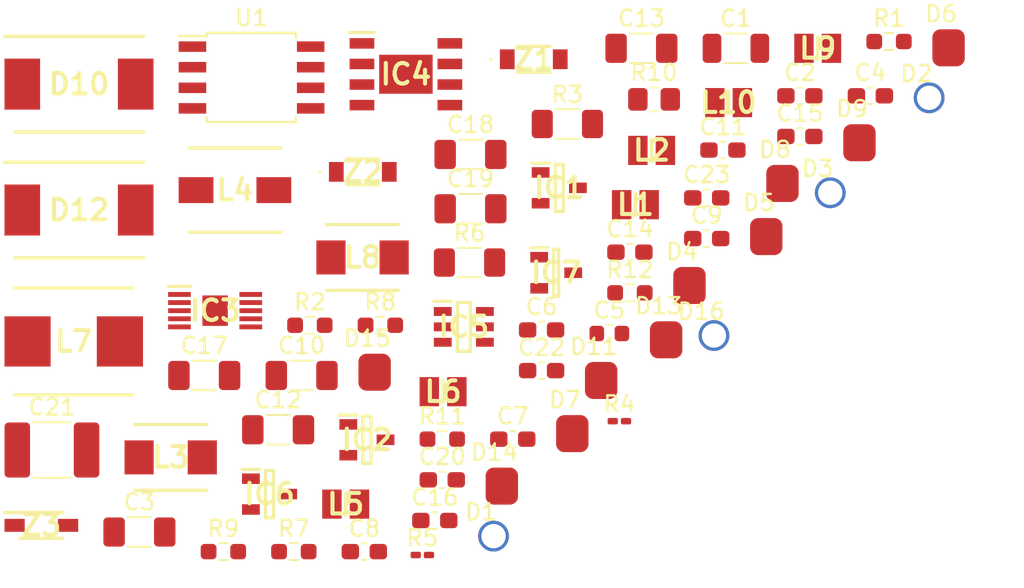
<source format=kicad_pcb>
(kicad_pcb (version 20211014) (generator pcbnew)
  (layers (0 "F.Cu" signal) (31 "B.Cu" signal) (34 "B.Paste" user) (35 "F.Paste" user) (36 "B.SilkS" user "B.Silkscreen") (37 "F.SilkS" user "F.Silkscreen") (38 "B.Mask" user) (39 "F.Mask" user) (44 "Edge.Cuts" user))
  (net 0 "")
  (net 1 "Net-(C1-Pad1)")
  (net 2 "GND")
  (net 3 "Net-(C21-Pad1)")
  (net 4 "Net-(C4-Pad1)")
  (net 5 "Net-(C4-Pad2)")
  (net 6 "Net-(C6-Pad1)")
  (net 7 "Net-(C7-Pad1)")
  (net 8 "Net-(C8-Pad2)")
  (net 9 "Net-(C9-Pad2)")
  (net 10 "Net-(C10-Pad1)")
  (net 11 "Net-(C11-Pad1)")
  (net 12 "Net-(C12-Pad1)")
  (net 13 "Net-(C13-Pad1)")
  (net 14 "Net-(C14-Pad1)")
  (net 15 "Net-(C15-Pad1)")
  (net 16 "Net-(C17-Pad1)")
  (net 17 "Net-(C20-Pad1)")
  (net 18 "Net-(C22-Pad1)")
  (net 19 "Net-(C23-Pad1)")
  (net 20 "Net-(IC1-Pad1)")
  (net 21 "Net-(IC2-Pad1)")
  (net 22 "Net-(D4-Pad)")
  (net 23 "Net-(D11-Pad)")
  (net 24 "Net-(IC3-Pad8)")
  (net 25 "Net-(IC5-Pad3)")
  (net 26 "Net-(IC5-Pad4)")
  (net 27 "Net-(IC3-Pad3)")
  (net 28 "Net-(R11-Pad2)")
  (net 29 "Net-(R12-Pad1)")
  (net 30 "Net-(D16-Pad)")
  (net 35 "Net-(D10-Pad2)")
  (net 36 "Net-(D12-Pad2)")
  (net 37 "Net-(D3-Pad)")
  (net 43 "Net-(D9-Pad)")
  (net 44 "Net-(D15-Pad)")
  (footprint "Capacitor_SMD:C_0603_1608Metric_Pad1.08x0.95mm_HandSolder" (layer "F.Cu") (at 131.01 82.54)
    (fp_text reference "C7" (at 0 -1.43) (layer "F.SilkS"))
    (fp_text value "C")
    (fp_line (start -0.146267 0.51) (end 0.146267 0.51) (layer "F.SilkS") (width 0.12))
    (fp_line (start -0.146267 -0.51) (end 0.146267 -0.51) (layer "F.SilkS") (width 0.12))
    (pad "1" smd roundrect (at -0.8625 0) (size 1.075 0.95) (layers "F.Cu" "F.Paste" "F.Mask") (net 7 "Net-(C7-Pad1)"))
    (pad "2" smd roundrect (at 0.8625 0) (size 1.075 0.95) (layers "F.Cu" "F.Paste" "F.Mask") (net 2 "GND"))
  )
  (footprint "Capacitor_SMD:C_0603_1608Metric_Pad1.08x0.95mm_HandSolder" (layer "F.Cu") (at 142.98 67.65)
    (fp_text reference "C23" (at 0 -1.43) (layer "F.SilkS"))
    (fp_text value "C")
    (fp_line (start -0.146267 0.51) (end 0.146267 0.51) (layer "F.SilkS") (width 0.12))
    (fp_line (start -0.146267 -0.51) (end 0.146267 -0.51) (layer "F.SilkS") (width 0.12))
    (pad "1" smd roundrect (at -0.8625 0) (size 1.075 0.95) (layers "F.Cu" "F.Paste" "F.Mask") (net 19 "Net-(C23-Pad1)"))
    (pad "2" smd roundrect (at 0.8625 0) (size 1.075 0.95) (layers "F.Cu" "F.Paste" "F.Mask") (net 2 "GND"))
  )
  (footprint "Capacitor_SMD:C_0603_1608Metric_Pad1.08x0.95mm_HandSolder" (layer "F.Cu") (at 142.98 70.16)
    (fp_text reference "C9" (at 0 -1.43) (layer "F.SilkS"))
    (fp_text value "C")
    (fp_line (start -0.146267 -0.51) (end 0.146267 -0.51) (layer "F.SilkS") (width 0.12))
    (fp_line (start -0.146267 0.51) (end 0.146267 0.51) (layer "F.SilkS") (width 0.12))
    (pad "1" smd roundrect (at -0.8625 0) (size 1.075 0.95) (layers "F.Cu" "F.Paste" "F.Mask") (net 2 "GND"))
    (pad "2" smd roundrect (at 0.8625 0) (size 1.075 0.95) (layers "F.Cu" "F.Paste" "F.Mask") (net 9 "Net-(C9-Pad2)"))
  )
  (footprint "libraries:INDC2016X80N" (layer "F.Cu") (at 149.83 58.42)
    (fp_text reference "L9" (at 0 0) (layer "F.SilkS") (effects (font (size 1.27 1.27) (thickness 0.254))))
    (fp_text value "TFM201610ALC-R47MTAA" hide)
    (fp_line (start 0 -0.7) (end 0 0.7) (layer "F.SilkS") (width 0.2))
    (pad "1" smd rect locked (at -0.85 0) (size 1.2 1.8) (layers "F.Cu" "F.Paste" "F.Mask") (net 17 "Net-(C20-Pad1)"))
    (pad "2" smd rect locked (at 0.85 0) (size 1.2 1.8) (layers "F.Cu" "F.Paste" "F.Mask") (net 44 "Net-(D15-Pad)"))
  )
  (footprint "libraries:SOT95P251X112-3N" (layer "F.Cu") (at 122.01 82.58)
    (fp_text reference "IC2" (at 0 0) (layer "F.SilkS") (effects (font (size 1.27 1.27) (thickness 0.254))))
    (fp_text value "FDN8601" hide)
    (fp_line (start -0.25 -1.46) (end 0.25 -1.46) (layer "F.SilkS") (width 0.2))
    (fp_line (start 0.25 -1.46) (end 0.25 1.46) (layer "F.SilkS") (width 0.2))
    (fp_line (start 0.25 1.46) (end -0.25 1.46) (layer "F.SilkS") (width 0.2))
    (fp_line (start -1.7 -1.525) (end -0.6 -1.525) (layer "F.SilkS") (width 0.2))
    (fp_line (start -0.25 1.46) (end -0.25 -1.46) (layer "F.SilkS") (width 0.2))
    (pad "1" smd rect locked (at -1.15 -0.95 90) (size 0.65 1.1) (layers "F.Cu" "F.Paste" "F.Mask") (net 21 "Net-(IC2-Pad1)"))
    (pad "2" smd rect locked (at -1.15 0.95 90) (size 0.65 1.1) (layers "F.Cu" "F.Paste" "F.Mask") (net 2 "GND"))
    (pad "3" smd rect locked (at 1.15 0 90) (size 0.65 1.1) (layers "F.Cu" "F.Paste" "F.Mask") (net 37 "Net-(D3-Pad)"))
  )
  (footprint "Resistor_SMD:R_0603_1608Metric_Pad0.98x0.95mm_HandSolder" (layer "F.Cu") (at 154.23 58)
    (fp_text reference "R1" (at 0 -1.43) (layer "F.SilkS"))
    (fp_text value "R")
    (fp_line (start -0.254724 -0.5225) (end 0.254724 -0.5225) (layer "F.SilkS") (width 0.12))
    (fp_line (start -0.254724 0.5225) (end 0.254724 0.5225) (layer "F.SilkS") (width 0.12))
    (pad "1" smd roundrect (at -0.9125 0) (size 0.975 0.95) (layers "F.Cu" "F.Paste" "F.Mask") (net 3 "Net-(C21-Pad1)"))
    (pad "2" smd roundrect (at 0.9125 0) (size 0.975 0.95) (layers "F.Cu" "F.Paste" "F.Mask") (net 20 "Net-(IC1-Pad1)"))
  )
  (footprint "libraries:INDC2016X80N" (layer "F.Cu") (at 144.33 61.77)
    (fp_text reference "L10" (at 0 0) (layer "F.SilkS") (effects (font (size 1.27 1.27) (thickness 0.254))))
    (fp_text value "TFM201610ALC-R47MTAA" hide)
    (fp_line (start 0 -0.7) (end 0 0.7) (layer "F.SilkS") (width 0.2))
    (pad "1" smd rect locked (at -0.85 0) (size 1.2 1.8) (layers "F.Cu" "F.Paste" "F.Mask") (net 3 "Net-(C21-Pad1)"))
    (pad "2" smd rect locked (at 0.85 0) (size 1.2 1.8) (layers "F.Cu" "F.Paste" "F.Mask") (net 19 "Net-(C23-Pad1)"))
  )
  (footprint "Capacitor_SMD:C_0603_1608Metric_Pad1.08x0.95mm_HandSolder" (layer "F.Cu") (at 148.73 61.35)
    (fp_text reference "C2" (at 0 -1.43) (layer "F.SilkS"))
    (fp_text value "C")
    (fp_line (start -0.146267 0.51) (end 0.146267 0.51) (layer "F.SilkS") (width 0.12))
    (fp_line (start -0.146267 -0.51) (end 0.146267 -0.51) (layer "F.SilkS") (width 0.12))
    (pad "1" smd roundrect (at -0.8625 0) (size 1.075 0.95) (layers "F.Cu" "F.Paste" "F.Mask") (net 1 "Net-(C1-Pad1)"))
    (pad "2" smd roundrect (at 0.8625 0) (size 1.075 0.95) (layers "F.Cu" "F.Paste" "F.Mask") (net 2 "GND"))
  )
  (footprint "libraries:SOP50P490X110-11N" (layer "F.Cu") (at 112.64 74.61)
    (fp_text reference "IC3" (at 0 0) (layer "F.SilkS") (effects (font (size 1.27 1.27) (thickness 0.254))))
    (fp_text value "TPS40211QDGQRQ1" hide)
    (fp_line (start -2.9 -1.5) (end -1.5 -1.5) (layer "F.SilkS") (width 0.2))
    (pad "1" smd rect locked (at -2.2 -1 90) (size 0.3 1.4) (layers "F.Cu" "F.Paste" "F.Mask") (net 8 "Net-(C8-Pad2)"))
    (pad "2" smd rect locked (at -2.2 -0.5 90) (size 0.3 1.4) (layers "F.Cu" "F.Paste" "F.Mask") (net 9 "Net-(C9-Pad2)"))
    (pad "3" smd rect locked (at -2.2 0 90) (size 0.3 1.4) (layers "F.Cu" "F.Paste" "F.Mask") (net 27 "Net-(IC3-Pad3)"))
    (pad "4" smd rect locked (at -2.2 0.5 90) (size 0.3 1.4) (layers "F.Cu" "F.Paste" "F.Mask") (net 5 "Net-(C4-Pad2)"))
    (pad "5" smd rect locked (at -2.2 1 90) (size 0.3 1.4) (layers "F.Cu" "F.Paste" "F.Mask") (net 4 "Net-(C4-Pad1)"))
    (pad "6" smd rect locked (at 2.2 1 90) (size 0.3 1.4) (layers "F.Cu" "F.Paste" "F.Mask") (net 2 "GND"))
    (pad "7" smd rect locked (at 2.2 0.5 90) (size 0.3 1.4) (layers "F.Cu" "F.Paste" "F.Mask") (net 15 "Net-(C15-Pad1)"))
    (pad "8" smd rect locked (at 2.2 0 90) (size 0.3 1.4) (layers "F.Cu" "F.Paste" "F.Mask") (net 24 "Net-(IC3-Pad8)"))
    (pad "9" smd rect locked (at 2.2 -0.5 90) (size 0.3 1.4) (layers "F.Cu" "F.Paste" "F.Mask"))
    (pad "10" smd rect locked (at 2.2 -1 90) (size 0.3 1.4) (layers "F.Cu" "F.Paste" "F.Mask") (net 13 "Net-(C13-Pad1)"))
    (pad "11" smd rect locked (at 0 0) (size 1.57 1.88) (layers "F.Cu" "F.Paste" "F.Mask") (net 2 "GND"))
  )
  (footprint "libraries:SOT95P251X112-3N" (layer "F.Cu") (at 116 85.93)
    (fp_text reference "IC6" (at 0 0) (layer "F.SilkS") (effects (font (size 1.27 1.27) (thickness 0.254))))
    (fp_text value "FDN8601" hide)
    (fp_line (start -0.25 -1.46) (end 0.25 -1.46) (layer "F.SilkS") (width 0.2))
    (fp_line (start 0.25 -1.46) (end 0.25 1.46) (layer "F.SilkS") (width 0.2))
    (fp_line (start -0.25 1.46) (end -0.25 -1.46) (layer "F.SilkS") (width 0.2))
    (fp_line (start -1.7 -1.525) (end -0.6 -1.525) (layer "F.SilkS") (width 0.2))
    (fp_line (start 0.25 1.46) (end -0.25 1.46) (layer "F.SilkS") (width 0.2))
    (pad "1" smd rect locked (at -1.15 -0.95 90) (size 0.65 1.1) (layers "F.Cu" "F.Paste" "F.Mask"))
    (pad "2" smd rect locked (at -1.15 0.95 90) (size 0.65 1.1) (layers "F.Cu" "F.Paste" "F.Mask"))
    (pad "3" smd rect locked (at 1.15 0 90) (size 0.65 1.1) (layers "F.Cu" "F.Paste" "F.Mask"))
  )
  (footprint "libraries:BZT52C12J" (layer "F.Cu") (at 132.305 59.095)
    (fp_text reference "Z1" (at 0 0) (layer "F.SilkS") (effects (font (size 1.27 1.27) (thickness 0.254))))
    (fp_text value "BZT52-C12J" hide)
    (fp_line (start -1 0.8) (end 1 0.8) (layer "F.SilkS") (width 0.2))
    (fp_line (start -2.7 0) (end -2.7 0) (layer "F.SilkS") (width 0.1))
    (fp_line (start -2.6 0) (end -2.6 0) (layer "F.SilkS") (width 0.1))
    (fp_line (start -1 -0.8) (end 1 -0.8) (layer "F.SilkS") (width 0.2))
    (fp_arc (start -2.6 0) (mid -2.65 0.05) (end -2.7 0) (layer "F.SilkS") (width 0.1))
    (fp_arc (start -2.7 0) (mid -2.65 -0.05) (end -2.6 0) (layer "F.SilkS") (width 0.1))
    (pad "1" smd rect locked (at -1.635 0) (size 0.91 1.22) (layers "F.Cu" "F.Paste" "F.Mask") (net 20 "Net-(IC1-Pad1)"))
    (pad "2" smd rect locked (at 1.635 0) (size 0.91 1.22) (layers "F.Cu" "F.Paste" "F.Mask") (net 2 "GND"))
  )
  (footprint "Connector_Wire_User_001:WireHole_1p5" (layer "F.Cu") (at 150.605 67.335)
    (fp_text reference "D3" (at -0.779588 -1.48957 unlocked) (layer "F.SilkS"))
    (fp_text value "WireHole_1p5")
    (pad "1" thru_hole circle (at 0 0) (size 1.9 1.9) (drill 1.5) (layers *.Cu *.Mask))
  )
  (footprint "libraries:INDC2016X80N" (layer "F.Cu") (at 139.58 64.72)
    (fp_text reference "L2" (at 0 0) (layer "F.SilkS") (effects (font (size 1.27 1.27) (thickness 0.254))))
    (fp_text value "TFM201610ALC-R47MTAA" hide)
    (fp_line (start 0 -0.7) (end 0 0.7) (layer "F.SilkS") (width 0.2))
    (pad "1" smd rect locked (at -0.85 0) (size 1.2 1.8) (layers "F.Cu" "F.Paste" "F.Mask") (net 3 "Net-(C21-Pad1)"))
    (pad "2" smd rect locked (at 0.85 0) (size 1.2 1.8) (layers "F.Cu" "F.Paste" "F.Mask") (net 11 "Net-(C11-Pad1)"))
  )
  (footprint "Capacitor_SMD:C_0603_1608Metric_Pad1.08x0.95mm_HandSolder" (layer "F.Cu") (at 132.79 78.31)
    (fp_text reference "C22" (at 0 -1.43) (layer "F.SilkS"))
    (fp_text value "C")
    (fp_line (start -0.146267 -0.51) (end 0.146267 -0.51) (layer "F.SilkS") (width 0.12))
    (fp_line (start -0.146267 0.51) (end 0.146267 0.51) (layer "F.SilkS") (width 0.12))
    (pad "1" smd roundrect (at -0.8625 0) (size 1.075 0.95) (layers "F.Cu" "F.Paste" "F.Mask") (net 18 "Net-(C22-Pad1)"))
    (pad "2" smd roundrect (at 0.8625 0) (size 1.075 0.95) (layers "F.Cu" "F.Paste" "F.Mask") (net 2 "GND"))
  )
  (footprint "Connector_Wire_User_001:Wire_Pad_01" (layer "F.Cu") (at 136.465 78.918)
    (fp_text reference "D11" (at -0.4594 -2.088183 unlocked) (layer "F.SilkS"))
    (fp_text value "Wire_Pad_01")
    (pad "1" smd roundrect (at 0 0) (size 2 2.286) (layers "F.Cu" "F.Paste" "F.Mask"))
  )
  (footprint "Capacitor_SMD:C_0603_1608Metric_Pad1.08x0.95mm_HandSolder" (layer "F.Cu") (at 153.08 61.35)
    (fp_text reference "C4" (at 0 -1.43) (layer "F.SilkS"))
    (fp_text value "C")
    (fp_line (start -0.146267 -0.51) (end 0.146267 -0.51) (layer "F.SilkS") (width 0.12))
    (fp_line (start -0.146267 0.51) (end 0.146267 0.51) (layer "F.SilkS") (width 0.12))
    (pad "1" smd roundrect (at -0.8625 0) (size 1.075 0.95) (layers "F.Cu" "F.Paste" "F.Mask") (net 4 "Net-(C4-Pad1)"))
    (pad "2" smd roundrect (at 0.8625 0) (size 1.075 0.95) (layers "F.Cu" "F.Paste" "F.Mask") (net 5 "Net-(C4-Pad2)"))
  )
  (footprint "Connector_Wire_User_001:Wire_Pad_01" (layer "F.Cu") (at 130.335 85.438)
    (fp_text reference "D14" (at -0.4594 -2.088183 unlocked) (layer "F.SilkS"))
    (fp_text value "Wire_Pad_01")
    (pad "1" smd roundrect (at 0 0) (size 2 2.286) (layers "F.Cu" "F.Paste" "F.Mask"))
  )
  (footprint "Capacitor_SMD:C_1206_3216Metric_Pad1.33x1.80mm_HandSolder" (layer "F.Cu") (at 128.4 68.32)
    (fp_text reference "C19" (at 0 -1.85) (layer "F.SilkS"))
    (fp_text value "C")
    (fp_line (start -0.711252 -0.91) (end 0.711252 -0.91) (layer "F.SilkS") (width 0.12))
    (fp_line (start -0.711252 0.91) (end 0.711252 0.91) (layer "F.SilkS") (width 0.12))
    (pad "1" smd roundrect (at -1.5625 0) (size 1.325 1.8) (layers "F.Cu" "F.Paste" "F.Mask") (roundrect_rratio 0.188679) (net 16 "Net-(C17-Pad1)"))
    (pad "2" smd roundrect (at 1.5625 0) (size 1.325 1.8) (layers "F.Cu" "F.Paste" "F.Mask") (roundrect_rratio 0.188679) (net 2 "GND"))
  )
  (footprint "libraries:INDPM7366X500N" (layer "F.Cu") (at 103.915 76.51)
    (fp_text reference "L7" (at 0 0) (layer "F.SilkS") (effects (font (size 1.27 1.27) (thickness 0.254))))
    (fp_text value "SRP7050AA-220M" hide)
    (fp_line (start -3.65 3.3) (end 3.65 3.3) (layer "F.SilkS") (width 0.2))
    (fp_line (start 3.65 -3.3) (end -3.65 -3.3) (layer "F.SilkS") (width 0.2))
    (pad "1" smd rect locked (at -2.85 0) (size 2.85 3.1) (layers "F.Cu" "F.Paste" "F.Mask") (net 12 "Net-(C12-Pad1)"))
    (pad "2" smd rect locked (at 2.85 0) (size 2.85 3.1) (layers "F.Cu" "F.Paste" "F.Mask") (net 36 "Net-(D12-Pad2)"))
  )
  (footprint "Connector_Wire_User_001:Wire_Pad_01" (layer "F.Cu") (at 134.685 82.198)
    (fp_text reference "D7" (at -0.4594 -2.088183 unlocked) (layer "F.SilkS"))
    (fp_text value "Wire_Pad_01")
    (pad "1" smd roundrect (at 0 0) (size 2 2.286) (layers "F.Cu" "F.Paste" "F.Mask"))
  )
  (footprint "Resistor_SMD:R_0603_1608Metric_Pad0.98x0.95mm_HandSolder" (layer "F.Cu") (at 138.24 73.51)
    (fp_text reference "R12" (at 0 -1.43) (layer "F.SilkS"))
    (fp_text value "R")
    (fp_line (start -0.254724 -0.5225) (end 0.254724 -0.5225) (layer "F.SilkS") (width 0.12))
    (fp_line (start -0.254724 0.5225) (end 0.254724 0.5225) (layer "F.SilkS") (width 0.12))
    (pad "1" smd roundrect (at -0.9125 0) (size 0.975 0.95) (layers "F.Cu" "F.Paste" "F.Mask") (net 29 "Net-(R12-Pad1)"))
    (pad "2" smd roundrect (at 0.9125 0) (size 0.975 0.95) (layers "F.Cu" "F.Paste" "F.Mask") (net 30 "Net-(D16-Pad)"))
  )
  (footprint "libraries:INDC2016X80N" (layer "F.Cu") (at 138.58 68.07)
    (fp_text reference "L1" (at 0 0) (layer "F.SilkS") (effects (font (size 1.27 1.27) (thickness 0.254))))
    (fp_text value "TFM201610ALC-R47MTAA" hide)
    (fp_line (start 0 -0.7) (end 0 0.7) (layer "F.SilkS") (width 0.2))
    (pad "1" smd rect locked (at -0.85 0) (size 1.2 1.8) (layers "F.Cu" "F.Paste" "F.Mask") (net 1 "Net-(C1-Pad1)"))
    (pad "2" smd rect locked (at 0.85 0) (size 1.2 1.8) (layers "F.Cu" "F.Paste" "F.Mask") (net 7 "Net-(C7-Pad1)"))
  )
  (footprint "Resistor_SMD:R_0603_1608Metric_Pad0.98x0.95mm_HandSolder" (layer "F.Cu") (at 126.66 82.54)
    (fp_text reference "R11" (at 0 -1.43) (layer "F.SilkS"))
    (fp_text value "R")
    (fp_line (start -0.254724 0.5225) (end 0.254724 0.5225) (layer "F.SilkS") (width 0.12))
    (fp_line (start -0.254724 -0.5225) (end 0.254724 -0.5225) (layer "F.SilkS") (width 0.12))
    (pad "1" smd roundrect (at -0.9125 0) (size 0.975 0.95) (layers "F.Cu" "F.Paste" "F.Mask") (net 27 "Net-(IC3-Pad3)"))
    (pad "2" smd roundrect (at 0.9125 0) (size 0.975 0.95) (layers "F.Cu" "F.Paste" "F.Mask") (net 28 "Net-(R11-Pad2)"))
  )
  (footprint "Capacitor_SMD:C_0603_1608Metric_Pad1.08x0.95mm_HandSolder" (layer "F.Cu") (at 143.98 64.7)
    (fp_text reference "C11" (at 0 -1.43) (layer "F.SilkS"))
    (fp_text value "C")
    (fp_line (start -0.146267 0.51) (end 0.146267 0.51) (layer "F.SilkS") (width 0.12))
    (fp_line (start -0.146267 -0.51) (end 0.146267 -0.51) (layer "F.SilkS") (width 0.12))
    (pad "1" smd roundrect (at -0.8625 0) (size 1.075 0.95) (layers "F.Cu" "F.Paste" "F.Mask") (net 11 "Net-(C11-Pad1)"))
    (pad "2" smd roundrect (at 0.8625 0) (size 1.075 0.95) (layers "F.Cu" "F.Paste" "F.Mask") (net 2 "GND"))
  )
  (footprint "Capacitor_SMD:C_0603_1608Metric_Pad1.08x0.95mm_HandSolder" (layer "F.Cu") (at 121.85 89.48)
    (fp_text reference "C8" (at 0 -1.43) (layer "F.SilkS"))
    (fp_text value "C")
    (fp_line (start -0.146267 0.51) (end 0.146267 0.51) (layer "F.SilkS") (width 0.12))
    (fp_line (start -0.146267 -0.51) (end 0.146267 -0.51) (layer "F.SilkS") (width 0.12))
    (pad "1" smd roundrect (at -0.8625 0) (size 1.075 0.95) (layers "F.Cu" "F.Paste" "F.Mask") (net 2 "GND"))
    (pad "2" smd roundrect (at 0.8625 0) (size 1.075 0.95) (layers "F.Cu" "F.Paste" "F.Mask") (net 8 "Net-(C8-Pad2)"))
  )
  (footprint "libraries:DIOM7959X262N" (layer "F.Cu") (at 104.24 68.4)
    (fp_text reference "D12" (at 0 0) (layer "F.SilkS") (effects (font (size 1.27 1.27) (thickness 0.254))))
    (fp_text value "SS36" hide)
    (fp_line (start 3.97 -2.952) (end -4.6 -2.952) (layer "F.SilkS") (width 0.2))
    (fp_line (start -3.97 2.952) (end 3.97 2.952) (layer "F.SilkS") (width 0.2))
    (pad "1" smd rect locked (at -3.5 0) (size 2.2 3.15) (layers "F.Cu" "F.Paste" "F.Mask") (net 16 "Net-(C17-Pad1)"))
    (pad "2" smd rect locked (at 3.5 0) (size 2.2 3.15) (layers "F.Cu" "F.Paste" "F.Mask") (net 36 "Net-(D12-Pad2)"))
  )
  (footprint "Resistor_SMD:R_0603_1608Metric_Pad0.98x0.95mm_HandSolder" (layer "F.Cu") (at 122.84 75.51)
    (fp_text reference "R8" (at 0 -1.43) (layer "F.SilkS"))
    (fp_text value "R")
    (fp_line (start -0.254724 -0.5225) (end 0.254724 -0.5225) (layer "F.SilkS") (width 0.12))
    (fp_line (start -0.254724 0.5225) (end 0.254724 0.5225) (layer "F.SilkS") (width 0.12))
    (pad "1" smd roundrect (at -0.9125 0) (size 0.975 0.95) (layers "F.Cu" "F.Paste" "F.Mask") (net 24 "Net-(IC3-Pad8)"))
    (pad "2" smd roundrect (at 0.9125 0) (size 0.975 0.95) (layers "F.Cu" "F.Paste" "F.Mask") (net 25 "Net-(IC5-Pad3)"))
  )
  (footprint "Resistor_SMD:R_0603_1608Metric_Pad0.98x0.95mm_HandSolder" (layer "F.Cu") (at 113.15 89.48)
    (fp_text reference "R9" (at 0 -1.43) (layer "F.SilkS"))
    (fp_text value "R")
    (fp_line (start -0.254724 -0.5225) (end 0.254724 -0.5225) (layer "F.SilkS") (width 0.12))
    (fp_line (start -0.254724 0.5225) (end 0.254724 0.5225) (layer "F.SilkS") (width 0.12))
    (pad "1" smd roundrect (at -0.9125 0) (size 0.975 0.95) (layers "F.Cu" "F.Paste" "F.Mask") (net 15 "Net-(C15-Pad1)"))
    (pad "2" smd roundrect (at 0.9125 0) (size 0.975 0.95) (layers "F.Cu" "F.Paste" "F.Mask") (net 26 "Net-(IC5-Pad4)"))
  )
  (footprint "Connector_Wire_User_001:Wire_Pad_01" (layer "F.Cu") (at 147.655 66.758)
    (fp_text reference "D8" (at -0.4594 -2.088183 unlocked) (layer "F.SilkS"))
    (fp_text value "Wire_Pad_01")
    (pad "1" smd roundrect (at 0 0) (size 2 2.286) (layers "F.Cu" "F.Paste" "F.Mask"))
  )
  (footprint "libraries:DIOM7959X262N" (layer "F.Cu") (at 104.24 60.63)
    (fp_text reference "D10" (at 0 0) (layer "F.SilkS") (effects (font (size 1.27 1.27) (thickness 0.254))))
    (fp_text value "SS36" hide)
    (fp_line (start -3.97 2.952) (end 3.97 2.952) (layer "F.SilkS") (width 0.2))
    (fp_line (start 3.97 -2.952) (end -4.6 -2.952) (layer "F.SilkS") (width 0.2))
    (pad "1" smd rect locked (at -3.5 0) (size 2.2 3.15) (layers "F.Cu" "F.Paste" "F.Mask") (net 10 "Net-(C10-Pad1)"))
    (pad "2" smd rect locked (at 3.5 0) (size 2.2 3.15) (layers "F.Cu" "F.Paste" "F.Mask") (net 35 "Net-(D10-Pad2)"))
  )
  (footprint "Capacitor_SMD:C_1206_3216Metric_Pad1.33x1.80mm_HandSolder" (layer "F.Cu") (at 138.95 58.42)
    (fp_text reference "C13" (at 0 -1.85) (layer "F.SilkS"))
    (fp_text value "C")
    (fp_line (start -0.711252 0.91) (end 0.711252 0.91) (layer "F.SilkS") (width 0.12))
    (fp_line (start -0.711252 -0.91) (end 0.711252 -0.91) (layer "F.SilkS") (width 0.12))
    (pad "1" smd roundrect (at -1.5625 0) (size 1.325 1.8) (layers "F.Cu" "F.Paste" "F.Mask") (roundrect_rratio 0.188679) (net 13 "Net-(C13-Pad1)"))
    (pad "2" smd roundrect (at 1.5625 0) (size 1.325 1.8) (layers "F.Cu" "F.Paste" "F.Mask") (roundrect_rratio 0.188679) (net 2 "GND"))
  )
  (footprint "libraries:SOT95P251X112-3N" (layer "F.Cu") (at 133.88 67.03)
    (fp_text reference "IC1" (at 0 0) (layer "F.SilkS") (effects (font (size 1.27 1.27) (thickness 0.254))))
    (fp_text value "FDN8601" hide)
    (fp_line (start -0.25 -1.46) (end 0.25 -1.46) (layer "F.SilkS") (width 0.2))
    (fp_line (start -0.25 1.46) (end -0.25 -1.46) (layer "F.SilkS") (width 0.2))
    (fp_line (start 0.25 1.46) (end -0.25 1.46) (layer "F.SilkS") (width 0.2))
    (fp_line (start 0.25 -1.46) (end 0.25 1.46) (layer "F.SilkS") (width 0.2))
    (fp_line (start -1.7 -1.525) (end -0.6 -1.525) (layer "F.SilkS") (width 0.2))
    (pad "1" smd rect locked (at -1.15 -0.95 90) (size 0.65 1.1) (layers "F.Cu" "F.Paste" "F.Mask") (net 20 "Net-(IC1-Pad1)"))
    (pad "2" smd rect locked (at -1.15 0.95 90) (size 0.65 1.1) (layers "F.Cu" "F.Paste" "F.Mask") (net 2 "GND"))
    (pad "3" smd rect locked (at 1.15 0 90) (size 0.65 1.1) (layers "F.Cu" "F.Paste" "F.Mask") (net 37 "Net-(D3-Pad)"))
  )
  (footprint "Capacitor_SMD:C_0603_1608Metric" (layer "F.Cu") (at 136.97 76.02)
    (fp_text reference "C5" (at 0 -1.43) (layer "F.SilkS"))
    (fp_text value "C")
    (fp_line (start -0.14058 -0.51) (end 0.14058 -0.51) (layer "F.SilkS") (width 0.12))
    (fp_line (start -0.14058 0.51) (end 0.14058 0.51) (layer "F.SilkS") (width 0.12))
    (pad "1" smd roundrect (at -0.775 0) (size 0.9 0.95) (layers "F.Cu" "F.Paste" "F.Mask") (net 3 "Net-(C21-Pad1)"))
    (pad "2" smd roundrect (at 0.775 0) (size 0.9 0.95) (layers "F.Cu" "F.Paste" "F.Mask") (net 2 "GND"))
  )
  (footprint "Resistor_SMD:R_0201_0603Metric_Pad0.64x0.40mm_HandSolder" (layer "F.Cu") (at 137.59 81.43)
    (fp_text reference "R4" (at 0 -1.05) (layer "F.SilkS"))
    (fp_text value "R")
    (pad "1" smd roundrect (at -0.4075 0) (size 0.635 0.4) (layers "F.Cu" "F.Mask") (net 22 "Net-(D4-Pad)"))
    (pad "2" smd roundrect (at 0.4075 0) (size 0.635 0.4) (layers "F.Cu" "F.Mask") (net 4 "Net-(C4-Pad1)"))
  )
  (footprint "libraries:INDPM4441X200N" (layer "F.Cu") (at 109.9 83.665)
    (fp_text reference "L3" (at 0 0) (layer "F.SilkS") (effects (font (size 1.27 1.27) (thickness 0.254))))
    (fp_text value "SRP4020TA-100M" hide)
    (fp_line (start -2.225 2.03) (end 2.225 2.03) (layer "F.SilkS") (width 0.2))
    (fp_line (start 2.225 -2.03) (end -2.225 -2.03) (layer "F.SilkS") (width 0.2))
    (pad "1" smd rect locked (at -1.95 0) (size 1.8 2.1) (layers "F.Cu" "F.Paste" "F.Mask") (net 7 "Net-(C7-Pad1)"))
    (pad "2" smd rect locked (at 1.95 0) (size 1.8 2.1) (layers "F.Cu" "F.Paste" "F.Mask") (net 10 "Net-(C10-Pad1)"))
  )
  (footprint "Connector_Wire_User_001:Wire_Pad_01" (layer "F.Cu") (at 157.905 58.388)
    (fp_text reference "D6" (at -0.4594 -2.088183 unlocked) (layer "F.SilkS"))
    (fp_text value "Wire_Pad_01")
    (pad "1" smd roundrect (at 0 0) (size 2 2.286) (layers "F.Cu" "F.Paste" "F.Mask"))
  )
  (footprint "libraries:INDPM4441X200N" (layer "F.Cu") (at 121.74 71.325)
    (fp_text reference "L8" (at 0 0) (layer "F.SilkS") (effects (font (size 1.27 1.27) (thickness 0.254))))
    (fp_text value "SRP4020TA-100M" hide)
    (fp_line (start -2.225 2.03) (end 2.225 2.03) (layer "F.SilkS") (width 0.2))
    (fp_line (start 2.225 -2.03) (end -2.225 -2.03) (layer "F.SilkS") (width 0.2))
    (pad "1" smd rect locked (at -1.95 0) (size 1.8 2.1) (layers "F.Cu" "F.Paste" "F.Mask") (net 35 "Net-(D10-Pad2)"))
    (pad "2" smd rect locked (at 1.95 0) (size 1.8 2.1) (layers "F.Cu" "F.Paste" "F.Mask") (net 17 "Net-(C20-Pad1)"))
  )
  (footprint "Connector_Wire_User_001:Wire_Pad_01" (layer "F.Cu") (at 122.485 78.408)
    (fp_text reference "D15" (at -0.4594 -2.088183 unlocked) (layer "F.SilkS"))
    (fp_text value "Wire_Pad_01")
    (pad "1" smd roundrect (at 0 0) (size 2 2.286) (layers "F.Cu" "F.Paste" "F.Mask"))
  )
  (footprint "Connector_Wire_User_001:WireHole_1p5" (layer "F.Cu") (at 143.425 76.145)
    (fp_text reference "D16" (at -0.779588 -1.48957 unlocked) (layer "F.SilkS"))
    (fp_text value "WireHole_1p5")
    (pad "1" thru_hole circle (at 0 0) (size 1.9 1.9) (drill 1.5) (layers *.Cu *.Mask))
  )
  (footprint "Resistor_SMD:R_0201_0603Metric_Pad0.64x0.40mm_HandSolder" (layer "F.Cu") (at 125.43 89.69)
    (fp_text reference "R5" (at 0 -1.05) (layer "F.SilkS"))
    (fp_text value "R")
    (pad "1" smd roundrect (at -0.4075 0) (size 0.635 0.4) (layers "F.Cu" "F.Mask") (net 4 "Net-(C4-Pad1)"))
    (pad "2" smd roundrect (at 0.4075 0) (size 0.635 0.4) (layers "F.Cu" "F.Mask") (net 6 "Net-(C6-Pad1)"))
  )
  (footprint "Connector_Wire_User_001:Wire_Pad_01" (layer "F.Cu") (at 141.915 73.058)
    (fp_text reference "D4" (at -0.4594 -2.088183 unlocked) (layer "F.SilkS"))
    (fp_text value "Wire_Pad_01")
    (pad "1" smd roundrect (at 0 0) (size 2 2.286) (layers "F.Cu" "F.Paste" "F.Mask"))
  )
  (footprint "Connector_Wire_User_001:Wire_Pad_01" (layer "F.Cu") (at 152.405 64.248)
    (fp_text reference "D9" (at -0.4594 -2.088183 unlocked) (layer "F.SilkS"))
    (fp_text value "Wire_Pad_01")
    (pad "1" smd roundrect (at 0 0) (size 2 2.286) (layers "F.Cu" "F.Paste" "F.Mask"))
  )
  (footprint "Resistor_SMD:R_1206_3216Metric_Pad1.30x1.75mm_HandSolder" (layer "F.Cu") (at 128.34 71.64)
    (fp_text reference "R6" (at 0 -1.82) (layer "F.SilkS"))
    (fp_text value "R")
    (fp_line (start -0.727064 0.91) (end 0.727064 0.91) (layer "F.SilkS") (width 0.12))
    (fp_line (start -0.727064 -0.91) (end 0.727064 -0.91) (layer "F.SilkS") (width 0.12))
    (pad "1" smd roundrect (at -1.55 0) (size 1.3 1.75) (layers "F.Cu" "F.Paste" "F.Mask") (roundrect_rratio 0.192308) (net 23 "Net-(D11-Pad)"))
    (pad "2" smd roundrect (at 1.55 0) (size 1.3 1.75) (layers "F.Cu" "F.Paste" "F.Mask") (roundrect_rratio 0.192308) (net 10 "Net-(C10-Pad1)"))
  )
  (footprint "Capacitor_SMD:C_0603_1608Metric_Pad1.08x0.95mm_HandSolder" (layer "F.Cu") (at 148.73 63.86)
    (fp_text reference "C15" (at 0 -1.43) (layer "F.SilkS"))
    (fp_text value "C")
    (fp_line (start -0.146267 -0.51) (end 0.146267 -0.51) (layer "F.SilkS") (width 0.12))
    (fp_line (start -0.146267 0.51) (end 0.146267 0.51) (layer "F.SilkS") (width 0.12))
    (pad "1" smd roundrect (at -0.8625 0) (size 1.075 0.95) (layers "F.Cu" "F.Paste" "F.Mask") (net 15 "Net-(C15-Pad1)"))
    (pad "2" smd roundrect (at 0.8625 0) (size 1.075 0.95) (layers "F.Cu" "F.Paste" "F.Mask") (net 2 "GND"))
  )
  (footprint "Connector_Wire_User_001:Wire_Pad_01" (layer "F.Cu") (at 146.655 70.038)
    (fp_text reference "D5" (at -0.4594 -2.088183 unlocked) (layer "F.SilkS"))
    (fp_text value "Wire_Pad_01")
    (pad "1" smd roundrect (at 0 0) (size 2 2.286) (layers "F.Cu" "F.Paste" "F.Mask"))
  )
  (footprint "Resistor_SMD:R_0603_1608Metric_Pad0.98x0.95mm_HandSolder" (layer "F.Cu") (at 118.49 75.51)
    (fp_text reference "R2" (at 0 -1.43) (layer "F.SilkS"))
    (fp_text value "R")
    (fp_line (start -0.254724 -0.5225) (end 0.254724 -0.5225) (layer "F.SilkS") (width 0.12))
    (fp_line (start -0.254724 0.5225) (end 0.254724 0.5225) (layer "F.SilkS") (width 0.12))
    (pad "1" smd roundrect (at -0.9125 0) (size 0.975 0.95) (layers "F.Cu" "F.Paste" "F.Mask") (net 1 "Net-(C1-Pad1)"))
    (pad "2" smd roundrect (at 0.9125 0) (size 0.975 0.95) (layers "F.Cu" "F.Paste" "F.Mask") (net 21 "Net-(IC2-Pad1)"))
  )
  (footprint "Resistor_SMD:R_0603_1608Metric_Pad0.98x0.95mm_HandSolder" (layer "F.Cu") (at 117.5 89.48)
    (fp_text reference "R7" (at 0 -1.43) (layer "F.SilkS"))
    (fp_text value "R")
    (fp_line (start -0.254724 -0.5225) (end 0.254724 -0.5225) (layer "F.SilkS") (width 0.12))
    (fp_line (start -0.254724 0.5225) (end 0.254724 0.5225) (layer "F.SilkS") (width 0.12))
    (pad "1" smd roundrect (at -0.9125 0) (size 0.975 0.95) (layers "F.Cu" "F.Paste" "F.Mask") (net 8 "Net-(C8-Pad2)"))
    (pad "2" smd roundrect (at 0.9125 0) (size 0.975 0.95) (layers "F.Cu" "F.Paste" "F.Mask") (net 13 "Net-(C13-Pad1)"))
  )
  (footprint "Capacitor_SMD:C_1206_3216Metric_Pad1.33x1.80mm_HandSolder" (layer "F.Cu") (at 107.97 88.27)
    (fp_text reference "C3" (at 0 -1.85) (layer "F.SilkS"))
    (fp_text value "C")
    (fp_line (start -0.711252 0.91) (end 0.711252 0.91) (layer "F.SilkS") (width 0.12))
    (fp_line (start -0.711252 -0.91) (end 0.711252 -0.91) (layer "F.SilkS") (width 0.12))
    (pad "1" smd roundrect (at -1.5625 0) (size 1.325 1.8) (layers "F.Cu" "F.Paste" "F.Mask") (roundrect_rratio 0.188679) (net 3 "Net-(C21-Pad1)"))
    (pad "2" smd roundrect (at 1.5625 0) (size 1.325 1.8) (layers "F.Cu" "F.Paste" "F.Mask") (roundrect_rratio 0.188679) (net 2 "GND"))
  )
  (footprint "Capacitor_SMD:C_0603_1608Metric_Pad1.08x0.95mm_HandSolder" (layer "F.Cu") (at 138.24 71)
    (fp_text reference "C14" (at 0 -1.43) (layer "F.SilkS"))
    (fp_text value "C")
    (fp_line (start -0.146267 0.51) (end 0.146267 0.51) (layer "F.SilkS") (width 0.12))
    (fp_line (start -0.146267 -0.51) (end 0.146267 -0.51) (layer "F.SilkS") (width 0.12))
    (pad "1" smd roundrect (at -0.8625 0) (size 1.075 0.95) (layers "F.Cu" "F.Paste" "F.Mask") (net 14 "Net-(C14-Pad1)"))
    (pad "2" smd roundrect (at 0.8625 0) (size 1.075 0.95) (layers "F.Cu" "F.Paste" "F.Mask") (net 2 "GND"))
  )
  (footprint "Capacitor_SMD:C_1206_3216Metric_Pad1.33x1.80mm_HandSolder" (layer "F.Cu") (at 128.4 64.97)
    (fp_text reference "C18" (at 0 -1.85) (layer "F.SilkS"))
    (fp_text value "C")
    (fp_line (start -0.711252 0.91) (end 0.711252 0.91) (layer "F.SilkS") (width 0.12))
    (fp_line (start -0.711252 -0.91) (end 0.711252 -0.91) (layer "F.SilkS") (width 0.12))
    (pad "1" smd roundrect (at -1.5625 0) (size 1.325 1.8) (layers "F.Cu" "F.Paste" "F.Mask") (roundrect_rratio 0.188679) (net 16 "Net-(C17-Pad1)"))
    (pad "2" smd roundrect (at 1.5625 0) (size 1.325 1.8) (layers "F.Cu" "F.Paste" "F.Mask") (roundrect_rratio 0.188679) (net 2 "GND"))
  )
  (footprint "Capacitor_SMD:C_1206_3216Metric" (layer "F.Cu") (at 144.78 58.42)
    (fp_text reference "C1" (at 0 -1.85) (layer "F.SilkS"))
    (fp_text value "C")
    (fp_line (start -0.711252 0.91) (end 0.711252 0.91) (layer "F.SilkS") (width 0.12))
    (fp_line (start -0.711252 -0.91) (end 0.711252 -0.91) (layer "F.SilkS") (width 0.12))
    (pad "1" smd roundrect (at -1.475 0) (size 1.15 1.8) (layers "F.Cu" "F.Paste" "F.Mask") (roundrect_rratio 0.217391) (net 1 "Net-(C1-Pad1)"))
    (pad "2" smd roundrect (at 1.475 0) (size 1.15 1.8) (layers "F.Cu" "F.Paste" "F.Mask") (roundrect_rratio 0.217391) (net 2 "GND"))
  )
  (footprint "Capacitor_SMD:C_0603_1608Metric_Pad1.08x0.95mm_HandSolder" (layer "F.Cu") (at 132.79 75.8)
    (fp_text reference "C6" (at 0 -1.43) (layer "F.SilkS"))
    (fp_text value "C")
    (fp_line (start -0.146267 -0.51) (end 0.146267 -0.51) (layer "F.SilkS") (width 0.12))
    (fp_line (start -0.146267 0.51) (end 0.146267 0.51) (layer "F.SilkS") (width 0.12))
    (pad "1" smd roundrect (at -0.8625 0) (size 1.075 0.95) (layers "F.Cu" "F.Paste" "F.Mask") (net 6 "Net-(C6-Pad1)"))
    (pad "2" smd roundrect (at 0.8625 0) (size 1.075 0.95) (layers "F.Cu" "F.Paste" "F.Mask") (net 5 "Net-(C4-Pad2)"))
  )
  (footprint "libraries:SOT96P240X110-3N" (layer "F.Cu") (at 133.69 72.27)
    (fp_text reference "IC7" (at 0 0) (layer "F.SilkS") (effects (font (size 1.27 1.27) (thickness 0.254))))
    (fp_text value "ZXTR2105FQ-7" hide)
    (fp_line (start -0.15 -1.45) (end 0.15 -1.45) (layer "F.SilkS") (width 0.2))
    (fp_line (start -1.6 -1.535) (end -0.5 -1.535) (layer "F.SilkS") (width 0.2))
    (fp_line (start 0.15 1.45) (end -0.15 1.45) (layer "F.SilkS") (width 0.2))
    (fp_line (start 0.15 -1.45) (end 0.15 1.45) (layer "F.SilkS") (width 0.2))
    (fp_line (start -0.15 1.45) (end -0.15 -1.45) (layer "F.SilkS") (width 0.2))
    (pad "1" smd rect locked (at -1.05 -0.96 90) (size 0.65 1.1) (layers "F.Cu" "F.Paste" "F.Mask") (net 2 "GND"))
    (pad "2" smd rect locked (at -1.05 0.96 90) (size 0.65 1.1) (layers "F.Cu" "F.Paste" "F.Mask") (net 18 "Net-(C22-Pad1)"))
    (pad "3" smd rect locked (at 1.05 0 90) (size 0.65 1.1) (layers "F.Cu" "F.Paste" "F.Mask") (net 19 "Net-(C23-Pad1)"))
  )
  (footprint "libraries:SOD3616X130N" (layer "F.Cu") (at 101.915 87.86)
    (fp_text reference "Z3" (at 0 0) (layer "F.SilkS") (effects (font (size 1.27 1.27) (thickness 0.254))))
    (fp_text value "BZT52-C5V1J" hide)
    (fp_line (start -1.338 0.8) (end 1.338 0.8) (layer "F.SilkS") (width 0.2))
    (fp_line (start -2.275 -0.8) (end 1.338 -0.8) (layer "F.SilkS") (width 0.2))
    (pad "1" smd rect locked (at -1.65 0 90) (size 0.8 1.25) (layers "F.Cu" "F.Paste" "F.Mask") (net 16 "Net-(C17-Pad1)"))
    (pad "2" smd rect locked (at 1.65 0 90) (size 0.8 1.25) (layers "F.Cu" "F.Paste" "F.Mask") (net 15 "Net-(C15-Pad1)"))
  )
  (footprint "libraries:INDPM5752X300N" (layer "F.Cu") (at 113.865 67.17)
    (fp_text reference "L4" (at 0 0) (layer "F.SilkS") (effects (font (size 1.27 1.27) (thickness 0.254))))
    (fp_text value "SRP5030T-100M" hide)
    (fp_line (start 2.85 -2.6) (end -2.85 -2.6) (layer "F.SilkS") (width 0.2))
    (fp_line (start -2.85 2.6) (end 2.85 2.6) (layer "F.SilkS") (width 0.2))
    (pad "1" smd rect locked (at -2.4 0 90) (size 1.6 2.15) (layers "F.Cu" "F.Paste" "F.Mask") (net 11 "Net-(C11-Pad1)"))
    (pad "2" smd rect locked (at 2.4 0 90) (size 1.6 2.15) (layers "F.Cu" "F.Paste" "F.Mask") (net 12 "Net-(C12-Pad1)"))
  )
  (footprint "Resistor_SMD:R_1206_3216Metric_Pad1.30x1.75mm_HandSolder" (layer "F.Cu") (at 134.38 63.09)
    (fp_text reference "R3" (at 0 -1.82) (layer "F.SilkS"))
    (fp_text value "R")
    (fp_line (start -0.727064 0.91) (end 0.727064 0.91) (layer "F.SilkS") (width 0.12))
    (fp_line (start -0.727064 -0.91) (end 0.727064 -0.91) (layer "F.SilkS") (width 0.12))
    (pad "1" smd roundrect (at -1.55 0) (size 1.3 1.75) (layers "F.Cu" "F.Paste" "F.Mask") (roundrect_rratio 0.192308) (net 2 "GND"))
    (pad "2" smd roundrect (at 1.55 0) (size 1.3 1.75) (layers "F.Cu" "F.Paste" "F.Mask") (roundrect_rratio 0.192308) (net 22 "Net-(D4-Pad)"))
  )
  (footprint "Connector_Wire_User_001:WireHole_1p5" (layer "F.Cu") (at 156.705 61.475)
    (fp_text reference "D2" (at -0.779588 -1.48957 unlocked) (layer "F.SilkS"))
    (fp_text value "WireHole_1p5")
    (pad "1" thru_hole circle (at 0 0) (size 1.9 1.9) (drill 1.5) (layers *.Cu *.Mask))
  )
  (footprint "Capacitor_SMD:C_1206_3216Metric_Pad1.33x1.80mm_HandSolder" (layer "F.Cu") (at 117.98 78.61)
    (fp_text reference "C10" (at 0 -1.85) (layer "F.SilkS"))
    (fp_text value "C")
    (fp_line (start -0.711252 0.91) (end 0.711252 0.91) (layer "F.SilkS") (width 0.12))
    (fp_line (start -0.711252 -0.91) (end 0.711252 -0.91) (layer "F.SilkS") (width 0.12))
    (pad "1" smd roundrect (at -1.5625 0) (size 1.325 1.8) (layers "F.Cu" "F.Paste" "F.Mask") (roundrect_rratio 0.188679) (net 10 "Net-(C10-Pad1)"))
    (pad "2" smd roundrect (at 1.5625 0) (size 1.325 1.8) (layers "F.Cu" "F.Paste" "F.Mask") (roundrect_rratio 0.188679) (net 2 "GND"))
  )
  (footprint "Capacitor_SMD:C_1812_4532Metric_Pad1.57x3.40mm_HandSolder" (layer "F.Cu") (at 102.57 83.21)
    (fp_text reference "C21" (at 0 -2.65) (layer "F.SilkS"))
    (fp_text value "C")
    (fp_line (start -1.161252 -1.71) (end 1.161252 -1.71) (layer "F.SilkS") (width 0.12))
    (fp_line (start -1.161252 1.71) (end 1.161252 1.71) (layer "F.SilkS") (width 0.12))
    (pad "1" smd roundrect (at -2.1375 0) (size 1.575 3.4) (layers "F.Cu" "F.Paste" "F.Mask") (roundrect_rratio 0.15873) (net 3 "Net-(C21-Pad1)"))
    (pad "2" smd roundrect (at 2.1375 0) (size 1.575 3.4) (layers "F.Cu" "F.Paste" "F.Mask") (roundrect_rratio 0.15873) (net 2 "GND"))
  )
  (footprint "libraries:INDC2016X80N" (layer "F.Cu") (at 120.7 86.55)
    (fp_text reference "L5" (at 0 0) (layer "F.SilkS") (effects (font (size 1.27 1.27) (thickness 0.254))))
    (fp_text value "TFM201610ALC-R47MTAA" hide)
    (fp_line (start 0 -0.7) (end 0 0.7) (layer "F.SilkS") (width 0.2))
    (pad "1" smd rect locked (at -0.85 0) (size 1.2 1.8) (layers "F.Cu" "F.Paste" "F.Mask") (net 43 "Net-(D9-Pad)"))
    (pad "2" smd rect locked (at 0.85 0) (size 1.2 1.8) (layers "F.Cu" "F.Paste" "F.Mask") (net 14 "Net-(C14-Pad1)"))
  )
  (footprint "Capacitor_SMD:C_1206_3216Metric_Pad1.33x1.80mm_HandSolder" (layer "F.Cu") (at 116.53 81.96)
    (fp_text reference "C12" (at 0 -1.85) (layer "F.SilkS"))
    (fp_text value "C")
    (fp_line (start -0.711252 -0.91) (end 0.711252 -0.91) (layer "F.SilkS") (width 0.12))
    (fp_line (start -0.711252 0.91) (end 0.711252 0.91) (layer "F.SilkS") (width 0.12))
    (pad "1" smd roundrect (at -1.5625 0) (size 1.325 1.8) (layers "F.Cu" "F.Paste" "F.Mask") (roundrect_rratio 0.188679) (net 12 "Net-(C12-Pad1)"))
    (pad "2" smd roundrect (at 1.5625 0) (size 1.325 1.8) (layers "F.Cu" "F.Paste" "F.Mask") (roundrect_rratio 0.188679) (net 2 "GND"))
  )
  (footprint "libraries:SOT95P284X110-6N" (layer "F.Cu") (at 127.99 75.61)
    (fp_text reference "IC5" (at 0 0) (layer "F.SilkS") (effects (font (size 1.27 1.27) (thickness 0.254))))
    (fp_text value "SI3440ADV-T1-GE3" hide)
    (fp_line (start 0.4 1.512) (end -0.4 1.512) (layer "F.SilkS") (width 0.2))
    (fp_line (start -1.85 -1.575) (end -0.75 -1.575) (layer "F.SilkS") (width 0.2))
    (fp_line (start -0.4 1.512) (end -0.4 -1.512) (layer "F.SilkS") (width 0.2))
    (fp_line (start -0.4 -1.512) (end 0.4 -1.512) (layer "F.SilkS") (width 0.2))
    (fp_line (start 0.4 -1.512) (end 0.4 1.512) (layer "F.SilkS") (width 0.2))
    (pad "1" smd rect locked (at -1.3 -0.95 90) (size 0.55 1.1) (layers "F.Cu" "F.Paste" "F.Mask") (net 36 "Net-(D12-Pad2)"))
    (pad "2" smd rect locked (at -1.3 0 90) (size 0.55 1.1) (layers "F.Cu" "F.Paste" "F.Mask") (net 36 "Net-(D12-Pad2)"))
    (pad "3" smd rect locked (at -1.3 0.95 90) (size 0.55 1.1) (layers "F.Cu" "F.Paste" "F.Mask") (net 25 "Net-(IC5-Pad3)"))
    (pad "4" smd rect locked (at 1.3 0.95 90) (size 0.55 1.1) (layers "F.Cu" "F.Paste" "F.Mask") (net 26 "Net-(IC5-Pad4)"))
    (pad "5" smd rect locked (at 1.3 0 90) (size 0.55 1.1) (layers "F.Cu" "F.Paste" "F.Mask") (net 36 "Net-(D12-Pad2)"))
    (pad "6" smd rect locked (at 1.3 -0.95 90) (size 0.55 1.1) (layers "F.Cu" "F.Paste" "F.Mask") (net 36 "Net-(D12-Pad2)"))
  )
  (footprint "Resistor_SMD:R_0805_2012Metric_Pad1.20x1.40mm_HandSolder" (layer "F.Cu") (at 139.73 61.57)
    (fp_text reference "R10" (at 0 -1.65) (layer "F.SilkS"))
    (fp_text value "R")
    (fp_line (start -0.227064 -0.735) (end 0.227064 -0.735) (layer "F.SilkS") (width 0.12))
    (fp_line (start -0.227064 0.735) (end 0.227064 0.735) (layer "F.SilkS") (width 0.12))
    (pad "1" smd roundrect (at -1 0) (size 1.2 1.4) (layers "F.Cu" "F.Paste" "F.Mask") (roundrect_rratio 0.208333) (net 26 "Net-(IC5-Pad4)"))
    (pad "2" smd roundrect (at 1 0) (size 1.2 1.4) (layers "F.Cu" "F.Paste" "F.Mask") (roundrect_rratio 0.208333) (net 2 "GND"))
  )
  (footprint "Connector_Wire_User_001:Wire_Pad_01" (layer "F.Cu") (at 140.475 76.408)
    (fp_text reference "D13" (at -0.4594 -2.088183 unlocked) (layer "F.SilkS"))
    (fp_text value "Wire_Pad_01")
    (pad "1" smd roundrect (at 0 0) (size 2 2.286) (layers "F.Cu" "F.Paste" "F.Mask"))
  )
  (footprint "libraries:BZT52C12J" (layer "F.Cu") (at 121.755 66.045)
    (fp_text reference "Z2" (at 0 0) (layer "F.SilkS") (effects (font (size 1.27 1.27) (thickness 0.254))))
    (fp_text value "BZT52-C12J" hide)
    (fp_line (start -2.7 0) (end -2.7 0) (layer "F.SilkS") (width 0.1))
    (fp_line (start -1 0.8) (end 1 0.8) (layer "F.SilkS") (width 0.2))
    (fp_line (start -1 -0.8) (end 1 -0.8) (layer "F.SilkS") (width 0.2))
    (fp_line (start -2.6 0) (end -2.6 0) (layer "F.SilkS") (width 0.1))
    (fp_arc (start -2.6 0) (mid -2.65 0.05) (end -2.7 0) (layer "F.SilkS") (width 0.1))
    (fp_arc (start -2.7 0) (mid -2.65 -0.05) (end -2.6 0) (layer "F.SilkS") (width 0.1))
    (pad "1" smd rect locked (at -1.635 0) (size 0.91 1.22) (layers "F.Cu" "F.Paste" "F.Mask") (net 21 "Net-(IC2-Pad1)"))
    (pad "2" smd rect locked (at 1.635 0) (size 0.91 1.22) (layers "F.Cu" "F.Paste" "F.Mask") (net 2 "GND"))
  )
  (footprint "Capacitor_SMD:C_0603_1608Metric_Pad1.08x0.95mm_HandSolder" (layer "F.Cu") (at 126.2 87.56)
    (fp_text reference "C16" (at 0 -1.43) (layer "F.SilkS"))
    (fp_text value "C")
    (fp_line (start -0.146267 -0.51) (end 0.146267 -0.51) (layer "F.SilkS") (width 0.12))
    (fp_line (start -0.146267 0.51) (end 0.146267 0.51) (layer "F.SilkS") (width 0.12))
    (pad "1" smd roundrect (at -0.8625 0) (size 1.075 0.95) (layers "F.Cu" "F.Paste" "F.Mask") (net 13 "Net-(C13-Pad1)"))
    (pad "2" smd roundrect (at 0.8625 0) (size 1.075 0.95) (layers "F.Cu" "F.Paste" "F.Mask") (net 2 "GND"))
  )
  (footprint "Package_SO:SOIC-8W_5.3x5.3mm_P1.27mm" (layer "F.Cu") (at 114.89 60.22)
    (fp_text reference "U1" (at 0 -3.68) (layer "F.SilkS"))
    (fp_text value "ATtiny25-20S")
    (fp_line (start -2.75 -2.55) (end -4.5 -2.55) (layer "F.SilkS") (width 0.15))
    (fp_line (start 2.75 -2.755) (end 2.75 -2.455) (layer "F.SilkS") (width 0.15))
    (fp_line (start -2.75 2.755) (end -2.75 2.455) (layer "F.SilkS") (width 0.15))
    (fp_line (start -2.75 2.755) (end 2.75 2.755) (layer "F.SilkS") (width 0.15))
    (fp_line (start -2.75 -2.755) (end -2.75 -2.55) (layer "F.SilkS") (width 0.15))
    (fp_line (start -2.75 -2.755) (end 2.75 -2.755) (layer "F.SilkS") (width 0.15))
    (fp_line (start 2.75 2.755) (end 2.75 2.455) (layer "F.SilkS") (width 0.15))
    (pad "1" smd rect (at -3.65 -1.905) (size 1.7 0.65) (layers "F.Cu" "F.Paste" "F.Mask"))
    (pad "2" smd rect (at -3.65 -0.635) (size 1.7 0.65) (layers "F.Cu" "F.Paste" "F.Mask"))
    (pad "3" smd rect (at -3.65 0.635) (size 1.7 0.65) (layers "F.Cu" "F.Paste" "F.Mask"))
    (pad "4" smd rect (at -3.65 1.905) (size 1.7 0.65) (layers "F.Cu" "F.Paste" "F.Mask") (net 2 "GND"))
    (pad "5" smd rect (at 3.65 1.905) (size 1.7 0.65) (layers "F.Cu" "F.Paste" "F.Mask") (net 29 "Net-(R12-Pad1)"))
    (pad "6" smd rect (at 3.65 0.635) (size 1.7 0.65) (layers "F.Cu" "F.Paste" "F.Mask") (net 28 "Net-(R11-Pad2)"))
    (pad "7" smd rect (at 3.65 -0.635) (size 1.7 0.65) (layers "F.Cu" "F.Paste" "F.Mask"))
    (pad "8" smd rect (at 3.65 -1.905) (size 1.7 0.65) (layers "F.Cu" "F.Paste" "F.Mask") (net 18 "Net-(C22-Pad1)"))
  )
  (footprint "Capacitor_SMD:C_0603_1608Metric_Pad1.08x0.95mm_HandSolder" (layer "F.Cu") (at 126.66 85.05)
    (fp_text reference "C20" (at 0 -1.43) (layer "F.SilkS"))
    (fp_text value "C")
    (fp_line (start -0.146267 0.51) (end 0.146267 0.51) (layer "F.SilkS") (width 0.12))
    (fp_line (start -0.146267 -0.51) (end 0.146267 -0.51) (layer "F.SilkS") (width 0.12))
    (pad "1" smd roundrect (at -0.8625 0) (size 1.075 0.95) (layers "F.Cu" "F.Paste" "F.Mask") (net 17 "Net-(C20-Pad1)"))
    (pad "2" smd roundrect (at 0.8625 0) (size 1.075 0.95) (layers "F.Cu" "F.Paste" "F.Mask") (net 2 "GND"))
  )
  (footprint "libraries:INDC2016X80N" (layer "F.Cu") (at 126.71 79.61)
    (fp_text reference "L6" (at 0 0) (layer "F.SilkS") (effects (font (size 1.27 1.27) (thickness 0.254))))
    (fp_text value "TFM201610ALC-R47MTAA" hide)
    (fp_line (start 0 -0.7) (end 0 0.7) (layer "F.SilkS") (width 0.2))
    (pad "1" smd rect locked (at -0.85 0) (size 1.2 1.8) (layers "F.Cu" "F.Paste" "F.Mask") (net 14 "Net-(C14-Pad1)"))
    (pad "2" smd rect locked (at 0.85 0) (size 1.2 1.8) (layers "F.Cu" "F.Paste" "F.Mask") (net 16 "Net-(C17-Pad1)"))
  )
  (footprint "Connector_Wire_User_001:WireHole_1p5" (layer "F.Cu") (at 129.825 88.525)
    (fp_text reference "D1" (at -0.779588 -1.48957 unlocked) (layer "F.SilkS"))
    (fp_text value "WireHole_1p5")
    (pad "1" thru_hole circle (at 0 0) (size 1.9 1.9) (drill 1.5) (layers *.Cu *.Mask))
  )
  (footprint "libraries:SOIC127P600X175-9N" (layer "F.Cu") (at 124.415 60.02)
    (fp_text reference "IC4" (at 0 0) (layer "F.SilkS") (effects (font (size 1.27 1.27) (thickness 0.254))))
    (fp_text value "PAM2863ECR" hide)
    (fp_line (start -3.475 -2.58) (end -1.95 -2.58) (layer "F.SilkS") (width 0.2))
    (pad "1" smd rect locked (at -2.712 -1.905 90) (size 0.65 1.525) (layers "F.Cu" "F.Paste" "F.Mask") (net 10 "Net-(C10-Pad1)"))
    (pad "2" smd rect locked (at -2.712 -0.635 90) (size 0.65 1.525) (layers "F.Cu" "F.Paste" "F.Mask") (net 23 "Net-(D11-Pad)"))
    (pad "3" smd rect locked (at -2.712 0.635 90) (size 0.65 1.525) (layers "F.Cu" "F.Paste" "F.Mask") (net 2 "GND"))
    (pad "4" smd rect locked (at -2.712 1.905 90) (size 0.65 1.525) (layers "F.Cu" "F.Paste" "F.Mask"))
    (pad "5" smd rect locked (at 2.712 1.905 90) (size 0.65 1.525) (layers "F.Cu" "F.Paste" "F.Mask") (net 35 "Net-(D10-Pad2)"))
    (pad "6" smd rect locked (at 2.712 0.635 90) (size 0.65 1.525) (layers "F.Cu" "F.Paste" "F.Mask") (net 35 "Net-(D10-Pad2)"))
    (pad "7" smd rect locked (at 2.712 -0.635 90) (size 0.65 1.525) (layers "F.Cu" "F.Paste" "F.Mask") (net 2 "GND"))
    (pad "8" smd rect locked (at 2.712 -1.905 90) (size 0.65 1.525) (layers "F.Cu" "F.Paste" "F.Mask") (net 2 "GND"))
    (pad "9" smd rect locked (at 0 0 90) (size 2.41 3.3) (layers "F.Cu" "F.Paste" "F.Mask") (net 2 "GND"))
  )
  (footprint "Capacitor_SMD:C_1206_3216Metric_Pad1.33x1.80mm_HandSolder" (layer "F.Cu") (at 111.97 78.61)
    (fp_text reference "C17" (at 0 -1.85) (layer "F.SilkS"))
    (fp_text value "C")
    (fp_line (start -0.711252 0.91) (end 0.711252 0.91) (layer "F.SilkS") (width 0.12))
    (fp_line (start -0.711252 -0.91) (end 0.711252 -0.91) (layer "F.SilkS") (width 0.12))
    (pad "1" smd roundrect (at -1.5625 0) (size 1.325 1.8) (layers "F.Cu" "F.Paste" "F.Mask") (roundrect_rratio 0.188679) (net 16 "Net-(C17-Pad1)"))
    (pad "2" smd roundrect (at 1.5625 0) (size 1.325 1.8) (layers "F.Cu" "F.Paste" "F.Mask") (roundrect_rratio 0.188679) (net 2 "GND"))
  )
)
</source>
